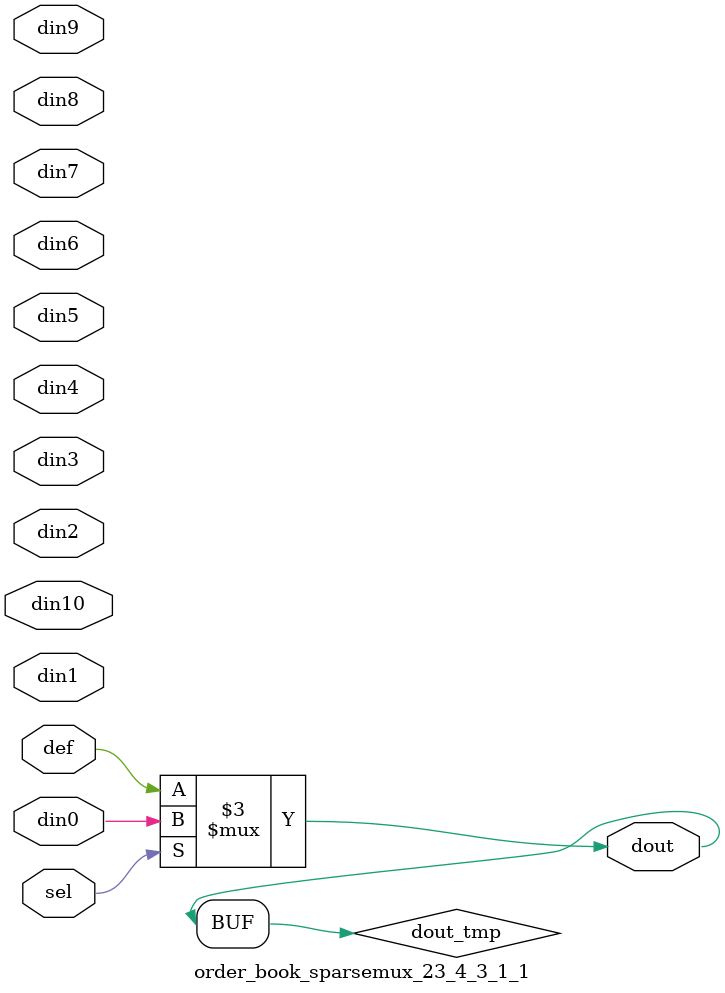
<source format=v>
`timescale 1ns / 1ps

module order_book_sparsemux_23_4_3_1_1 (din0,din1,din2,din3,din4,din5,din6,din7,din8,din9,din10,def,sel,dout);

parameter din0_WIDTH = 1;

parameter din1_WIDTH = 1;

parameter din2_WIDTH = 1;

parameter din3_WIDTH = 1;

parameter din4_WIDTH = 1;

parameter din5_WIDTH = 1;

parameter din6_WIDTH = 1;

parameter din7_WIDTH = 1;

parameter din8_WIDTH = 1;

parameter din9_WIDTH = 1;

parameter din10_WIDTH = 1;

parameter def_WIDTH = 1;
parameter sel_WIDTH = 1;
parameter dout_WIDTH = 1;

parameter [sel_WIDTH-1:0] CASE0 = 1;

parameter [sel_WIDTH-1:0] CASE1 = 1;

parameter [sel_WIDTH-1:0] CASE2 = 1;

parameter [sel_WIDTH-1:0] CASE3 = 1;

parameter [sel_WIDTH-1:0] CASE4 = 1;

parameter [sel_WIDTH-1:0] CASE5 = 1;

parameter [sel_WIDTH-1:0] CASE6 = 1;

parameter [sel_WIDTH-1:0] CASE7 = 1;

parameter [sel_WIDTH-1:0] CASE8 = 1;

parameter [sel_WIDTH-1:0] CASE9 = 1;

parameter [sel_WIDTH-1:0] CASE10 = 1;

parameter ID = 1;
parameter NUM_STAGE = 1;



input [din0_WIDTH-1:0] din0;

input [din1_WIDTH-1:0] din1;

input [din2_WIDTH-1:0] din2;

input [din3_WIDTH-1:0] din3;

input [din4_WIDTH-1:0] din4;

input [din5_WIDTH-1:0] din5;

input [din6_WIDTH-1:0] din6;

input [din7_WIDTH-1:0] din7;

input [din8_WIDTH-1:0] din8;

input [din9_WIDTH-1:0] din9;

input [din10_WIDTH-1:0] din10;

input [def_WIDTH-1:0] def;
input [sel_WIDTH-1:0] sel;

output [dout_WIDTH-1:0] dout;



reg [dout_WIDTH-1:0] dout_tmp;


always @ (*) begin
(* parallel_case *) case (sel)
    
    CASE0 : dout_tmp = din0;
    
    CASE1 : dout_tmp = din1;
    
    CASE2 : dout_tmp = din2;
    
    CASE3 : dout_tmp = din3;
    
    CASE4 : dout_tmp = din4;
    
    CASE5 : dout_tmp = din5;
    
    CASE6 : dout_tmp = din6;
    
    CASE7 : dout_tmp = din7;
    
    CASE8 : dout_tmp = din8;
    
    CASE9 : dout_tmp = din9;
    
    CASE10 : dout_tmp = din10;
    
    default : dout_tmp = def;
endcase
end


assign dout = dout_tmp;



endmodule

</source>
